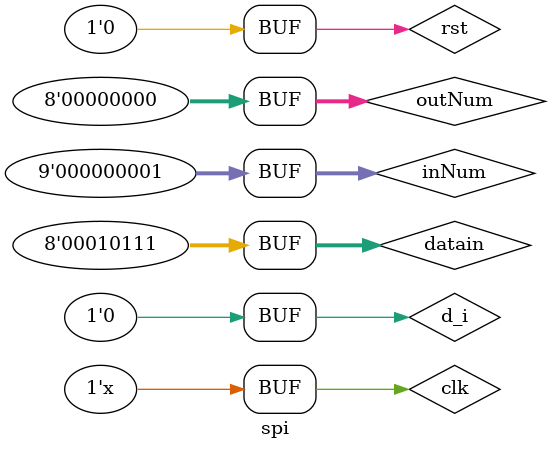
<source format=v>
`timescale 1ns / 1ps

module spi;
reg clk;
reg rst;
reg [7:0] datain;
wire in;
wire [7:0] dataout;
wire out;
wire cs_n;
wire clk_o;
wire d_o;
reg d_i;
wire ready;
reg [8:0] inNum; 
reg [7:0] outNum;

yhf new(
//SPIControl new(
    .clk(clk),
    .rst(rst),
    .datain(datain),
    .in(in),
    .dataout(dataout),
    .out(out),
    .cs_n(cs_n),
    .clk_o(clk_o),
    .d_o(d_o),
    .d_i(d_i),
    .ready(ready),
    .inNum(inNum),
    .outNum(outNum)
);
parameter clk_period = 5;

initial begin
rst = 1;#5;
rst = 0;clk = 0;
inNum = 0; datain = 8'h37; outNum = 2; d_i = 1; #160;
datain = 8'h01; #160;
d_i = 1;#20; d_i = 1;#20; d_i = 1;#20; d_i = 1;#20; 
d_i = 1;#20; d_i = 1;#20; d_i = 1;#20; d_i = 1;#20;

d_i = 0;#20; d_i = 0;#20; d_i = 0;#20; d_i = 1;#20; 
d_i = 0;#20; d_i = 0;#20; d_i = 0;#20; d_i = 1;#20;
d_i = 0;#20;

inNum = 1; outNum = 0; datain = 8'h17;
end

always #(clk_period)  begin
   clk = ~clk;
end
endmodule

</source>
